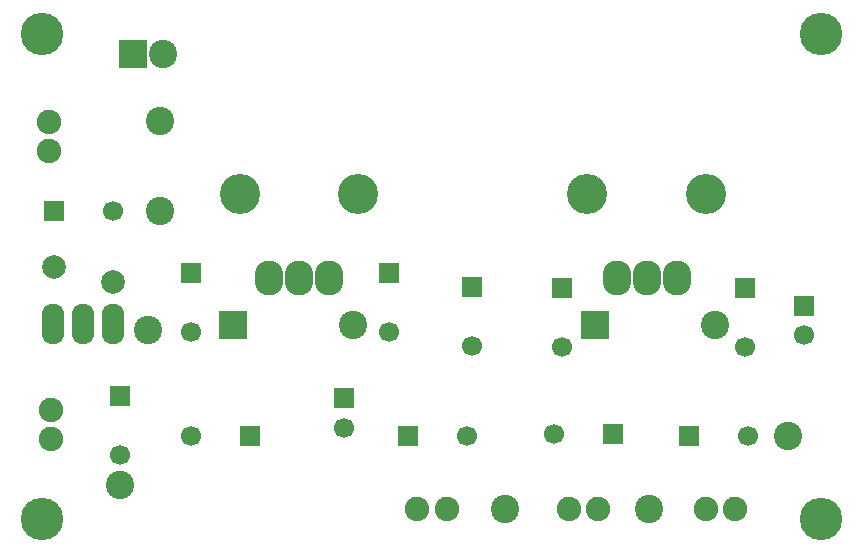
<source format=gts>
G04 #@! TF.FileFunction,Soldermask,Top*
%FSLAX46Y46*%
G04 Gerber Fmt 4.6, Leading zero omitted, Abs format (unit mm)*
G04 Created by KiCad (PCBNEW 4.0.4-stable) date 09/18/16 07:16:23*
%MOMM*%
%LPD*%
G01*
G04 APERTURE LIST*
%ADD10C,0.100000*%
%ADD11R,1.700000X1.700000*%
%ADD12C,1.700000*%
%ADD13R,2.400000X2.400000*%
%ADD14C,2.400000*%
%ADD15C,2.398980*%
%ADD16R,2.398980X2.398980*%
%ADD17C,2.076400*%
%ADD18O,2.432000X2.940000*%
%ADD19C,2.000000*%
%ADD20C,3.400000*%
%ADD21C,3.600000*%
%ADD22O,1.924000X3.448000*%
G04 APERTURE END LIST*
D10*
D11*
X129400000Y-97400000D03*
D12*
X129400000Y-102400000D03*
D11*
X137000000Y-97500000D03*
D12*
X137000000Y-102500000D03*
D11*
X152500000Y-97500000D03*
D12*
X152500000Y-102500000D03*
D11*
X110600000Y-110000000D03*
D12*
X105600000Y-110000000D03*
D11*
X105600000Y-96200000D03*
D12*
X105600000Y-101200000D03*
D11*
X122400000Y-96200000D03*
D12*
X122400000Y-101200000D03*
D13*
X100700000Y-77700000D03*
D14*
X103240000Y-77700000D03*
D15*
X149960000Y-100597460D03*
D16*
X139800000Y-100597460D03*
D15*
X119360000Y-100597460D03*
D16*
X109200000Y-100597460D03*
D11*
X94000000Y-91000000D03*
D12*
X99000000Y-91000000D03*
D11*
X147800000Y-110000000D03*
D12*
X152800000Y-110000000D03*
D11*
X141400000Y-109800000D03*
D12*
X136400000Y-109800000D03*
D11*
X124000000Y-110000000D03*
D12*
X129000000Y-110000000D03*
D17*
X93600000Y-83400000D03*
X93600000Y-85900000D03*
X149200000Y-116200000D03*
X151700000Y-116200000D03*
X137600000Y-116200000D03*
X140100000Y-116200000D03*
X124800000Y-116200000D03*
X127300000Y-116200000D03*
D18*
X144200000Y-96600000D03*
X146740000Y-96600000D03*
X141660000Y-96600000D03*
X114800000Y-96600000D03*
X117340000Y-96600000D03*
X112260000Y-96600000D03*
D15*
X102000000Y-101000000D03*
X156200000Y-110000000D03*
X144400000Y-116200000D03*
X132200000Y-116200000D03*
D19*
X99000000Y-97000000D03*
X94000000Y-95700000D03*
D12*
X157500000Y-101500000D03*
D11*
X157500000Y-99000000D03*
D12*
X118600000Y-109300000D03*
D11*
X118600000Y-106800000D03*
D20*
X139200000Y-89500000D03*
X149200000Y-89500000D03*
X109800000Y-89500000D03*
X119800000Y-89500000D03*
D21*
X159000000Y-76000000D03*
X93000000Y-76000000D03*
X93000000Y-117000000D03*
X159000000Y-117000000D03*
D11*
X99600000Y-106600000D03*
D12*
X99600000Y-111600000D03*
D17*
X93800000Y-107800000D03*
X93800000Y-110300000D03*
D15*
X99600000Y-114200000D03*
X103000000Y-91000000D03*
X103000000Y-83380000D03*
D22*
X99040000Y-100500000D03*
X96500000Y-100500000D03*
X93960000Y-100500000D03*
M02*

</source>
